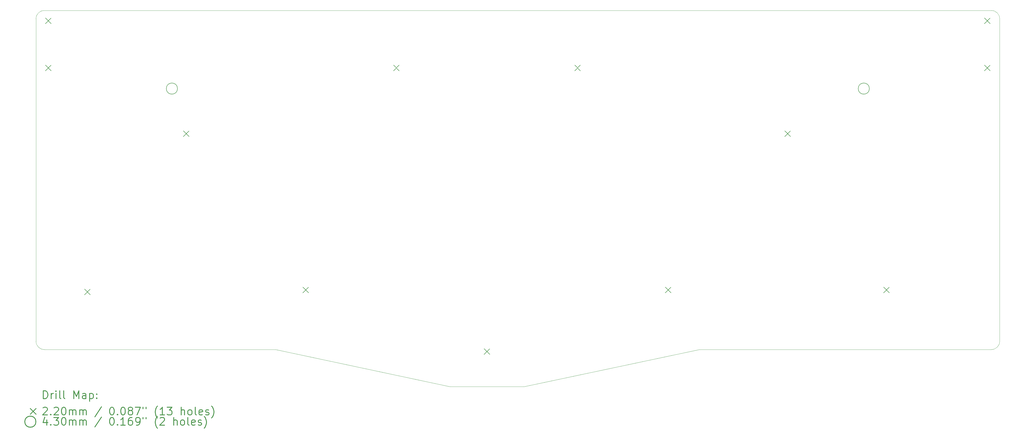
<source format=gbr>
%FSLAX45Y45*%
G04 Gerber Fmt 4.5, Leading zero omitted, Abs format (unit mm)*
G04 Created by KiCad (PCBNEW (5.1.6)-1) date 2020-09-06 17:35:34*
%MOMM*%
%LPD*%
G01*
G04 APERTURE LIST*
%TA.AperFunction,Profile*%
%ADD10C,0.050000*%
%TD*%
%ADD11C,0.200000*%
%ADD12C,0.300000*%
G04 APERTURE END LIST*
D10*
X39449375Y-20081875D02*
G75*
G02*
X39131875Y-20399375I-317500J0D01*
G01*
X2619375Y-20399375D02*
X11544300Y-20399375D01*
X39131875Y-7302500D02*
G75*
G02*
X39449375Y-7620000I0J-317500D01*
G01*
X39131875Y-20399375D02*
X27860625Y-20399375D01*
X27860625Y-20399375D02*
X21113750Y-21828125D01*
X18256250Y-21828125D02*
X21113750Y-21828125D01*
X11544300Y-20399375D02*
X18256250Y-21828125D01*
X2301875Y-7620000D02*
G75*
G02*
X2619375Y-7302500I317500J0D01*
G01*
X2619375Y-7302500D02*
X39131875Y-7302500D01*
X2301875Y-7620000D02*
X2301875Y-20081875D01*
X39449375Y-7620000D02*
X39449375Y-20081875D01*
X2619375Y-20399375D02*
G75*
G02*
X2301875Y-20081875I0J317500D01*
G01*
D11*
X38863125Y-9415000D02*
X39083125Y-9635000D01*
X39083125Y-9415000D02*
X38863125Y-9635000D01*
X4176250Y-18066875D02*
X4396250Y-18286875D01*
X4396250Y-18066875D02*
X4176250Y-18286875D01*
X16082500Y-9415000D02*
X16302500Y-9635000D01*
X16302500Y-9415000D02*
X16082500Y-9635000D01*
X34973750Y-17987500D02*
X35193750Y-18207500D01*
X35193750Y-17987500D02*
X34973750Y-18207500D01*
X26560000Y-17987500D02*
X26780000Y-18207500D01*
X26780000Y-17987500D02*
X26560000Y-18207500D01*
X12590000Y-17987500D02*
X12810000Y-18207500D01*
X12810000Y-17987500D02*
X12590000Y-18207500D01*
X2668125Y-9415000D02*
X2888125Y-9635000D01*
X2888125Y-9415000D02*
X2668125Y-9635000D01*
X38863125Y-7589375D02*
X39083125Y-7809375D01*
X39083125Y-7589375D02*
X38863125Y-7809375D01*
X19575000Y-20368750D02*
X19795000Y-20588750D01*
X19795000Y-20368750D02*
X19575000Y-20588750D01*
X7986250Y-11955000D02*
X8206250Y-12175000D01*
X8206250Y-11955000D02*
X7986250Y-12175000D01*
X2668125Y-7589375D02*
X2888125Y-7809375D01*
X2888125Y-7589375D02*
X2668125Y-7809375D01*
X23067500Y-9415000D02*
X23287500Y-9635000D01*
X23287500Y-9415000D02*
X23067500Y-9635000D01*
X31163750Y-11955000D02*
X31383750Y-12175000D01*
X31383750Y-11955000D02*
X31163750Y-12175000D01*
X34425625Y-10318750D02*
G75*
G03*
X34425625Y-10318750I-215000J0D01*
G01*
X7755625Y-10318750D02*
G75*
G03*
X7755625Y-10318750I-215000J0D01*
G01*
D12*
X2585803Y-22296339D02*
X2585803Y-21996339D01*
X2657232Y-21996339D01*
X2700089Y-22010625D01*
X2728661Y-22039197D01*
X2742946Y-22067768D01*
X2757232Y-22124911D01*
X2757232Y-22167768D01*
X2742946Y-22224911D01*
X2728661Y-22253482D01*
X2700089Y-22282054D01*
X2657232Y-22296339D01*
X2585803Y-22296339D01*
X2885803Y-22296339D02*
X2885803Y-22096339D01*
X2885803Y-22153482D02*
X2900089Y-22124911D01*
X2914375Y-22110625D01*
X2942946Y-22096339D01*
X2971518Y-22096339D01*
X3071518Y-22296339D02*
X3071518Y-22096339D01*
X3071518Y-21996339D02*
X3057232Y-22010625D01*
X3071518Y-22024911D01*
X3085803Y-22010625D01*
X3071518Y-21996339D01*
X3071518Y-22024911D01*
X3257232Y-22296339D02*
X3228661Y-22282054D01*
X3214375Y-22253482D01*
X3214375Y-21996339D01*
X3414375Y-22296339D02*
X3385803Y-22282054D01*
X3371518Y-22253482D01*
X3371518Y-21996339D01*
X3757232Y-22296339D02*
X3757232Y-21996339D01*
X3857232Y-22210625D01*
X3957232Y-21996339D01*
X3957232Y-22296339D01*
X4228661Y-22296339D02*
X4228661Y-22139197D01*
X4214375Y-22110625D01*
X4185803Y-22096339D01*
X4128661Y-22096339D01*
X4100089Y-22110625D01*
X4228661Y-22282054D02*
X4200089Y-22296339D01*
X4128661Y-22296339D01*
X4100089Y-22282054D01*
X4085803Y-22253482D01*
X4085803Y-22224911D01*
X4100089Y-22196339D01*
X4128661Y-22182054D01*
X4200089Y-22182054D01*
X4228661Y-22167768D01*
X4371518Y-22096339D02*
X4371518Y-22396339D01*
X4371518Y-22110625D02*
X4400089Y-22096339D01*
X4457232Y-22096339D01*
X4485803Y-22110625D01*
X4500089Y-22124911D01*
X4514375Y-22153482D01*
X4514375Y-22239197D01*
X4500089Y-22267768D01*
X4485803Y-22282054D01*
X4457232Y-22296339D01*
X4400089Y-22296339D01*
X4371518Y-22282054D01*
X4642946Y-22267768D02*
X4657232Y-22282054D01*
X4642946Y-22296339D01*
X4628661Y-22282054D01*
X4642946Y-22267768D01*
X4642946Y-22296339D01*
X4642946Y-22110625D02*
X4657232Y-22124911D01*
X4642946Y-22139197D01*
X4628661Y-22124911D01*
X4642946Y-22110625D01*
X4642946Y-22139197D01*
X2079375Y-22680625D02*
X2299375Y-22900625D01*
X2299375Y-22680625D02*
X2079375Y-22900625D01*
X2571518Y-22654911D02*
X2585803Y-22640625D01*
X2614375Y-22626339D01*
X2685803Y-22626339D01*
X2714375Y-22640625D01*
X2728661Y-22654911D01*
X2742946Y-22683482D01*
X2742946Y-22712054D01*
X2728661Y-22754911D01*
X2557232Y-22926339D01*
X2742946Y-22926339D01*
X2871518Y-22897768D02*
X2885803Y-22912054D01*
X2871518Y-22926339D01*
X2857232Y-22912054D01*
X2871518Y-22897768D01*
X2871518Y-22926339D01*
X3000089Y-22654911D02*
X3014375Y-22640625D01*
X3042946Y-22626339D01*
X3114375Y-22626339D01*
X3142946Y-22640625D01*
X3157232Y-22654911D01*
X3171518Y-22683482D01*
X3171518Y-22712054D01*
X3157232Y-22754911D01*
X2985803Y-22926339D01*
X3171518Y-22926339D01*
X3357232Y-22626339D02*
X3385803Y-22626339D01*
X3414375Y-22640625D01*
X3428661Y-22654911D01*
X3442946Y-22683482D01*
X3457232Y-22740625D01*
X3457232Y-22812054D01*
X3442946Y-22869196D01*
X3428661Y-22897768D01*
X3414375Y-22912054D01*
X3385803Y-22926339D01*
X3357232Y-22926339D01*
X3328661Y-22912054D01*
X3314375Y-22897768D01*
X3300089Y-22869196D01*
X3285803Y-22812054D01*
X3285803Y-22740625D01*
X3300089Y-22683482D01*
X3314375Y-22654911D01*
X3328661Y-22640625D01*
X3357232Y-22626339D01*
X3585803Y-22926339D02*
X3585803Y-22726339D01*
X3585803Y-22754911D02*
X3600089Y-22740625D01*
X3628661Y-22726339D01*
X3671518Y-22726339D01*
X3700089Y-22740625D01*
X3714375Y-22769196D01*
X3714375Y-22926339D01*
X3714375Y-22769196D02*
X3728661Y-22740625D01*
X3757232Y-22726339D01*
X3800089Y-22726339D01*
X3828661Y-22740625D01*
X3842946Y-22769196D01*
X3842946Y-22926339D01*
X3985803Y-22926339D02*
X3985803Y-22726339D01*
X3985803Y-22754911D02*
X4000089Y-22740625D01*
X4028661Y-22726339D01*
X4071518Y-22726339D01*
X4100089Y-22740625D01*
X4114375Y-22769196D01*
X4114375Y-22926339D01*
X4114375Y-22769196D02*
X4128661Y-22740625D01*
X4157232Y-22726339D01*
X4200089Y-22726339D01*
X4228661Y-22740625D01*
X4242946Y-22769196D01*
X4242946Y-22926339D01*
X4828661Y-22612054D02*
X4571518Y-22997768D01*
X5214375Y-22626339D02*
X5242946Y-22626339D01*
X5271518Y-22640625D01*
X5285803Y-22654911D01*
X5300089Y-22683482D01*
X5314375Y-22740625D01*
X5314375Y-22812054D01*
X5300089Y-22869196D01*
X5285803Y-22897768D01*
X5271518Y-22912054D01*
X5242946Y-22926339D01*
X5214375Y-22926339D01*
X5185803Y-22912054D01*
X5171518Y-22897768D01*
X5157232Y-22869196D01*
X5142946Y-22812054D01*
X5142946Y-22740625D01*
X5157232Y-22683482D01*
X5171518Y-22654911D01*
X5185803Y-22640625D01*
X5214375Y-22626339D01*
X5442946Y-22897768D02*
X5457232Y-22912054D01*
X5442946Y-22926339D01*
X5428661Y-22912054D01*
X5442946Y-22897768D01*
X5442946Y-22926339D01*
X5642946Y-22626339D02*
X5671518Y-22626339D01*
X5700089Y-22640625D01*
X5714375Y-22654911D01*
X5728661Y-22683482D01*
X5742946Y-22740625D01*
X5742946Y-22812054D01*
X5728661Y-22869196D01*
X5714375Y-22897768D01*
X5700089Y-22912054D01*
X5671518Y-22926339D01*
X5642946Y-22926339D01*
X5614375Y-22912054D01*
X5600089Y-22897768D01*
X5585803Y-22869196D01*
X5571518Y-22812054D01*
X5571518Y-22740625D01*
X5585803Y-22683482D01*
X5600089Y-22654911D01*
X5614375Y-22640625D01*
X5642946Y-22626339D01*
X5914375Y-22754911D02*
X5885803Y-22740625D01*
X5871518Y-22726339D01*
X5857232Y-22697768D01*
X5857232Y-22683482D01*
X5871518Y-22654911D01*
X5885803Y-22640625D01*
X5914375Y-22626339D01*
X5971518Y-22626339D01*
X6000089Y-22640625D01*
X6014375Y-22654911D01*
X6028661Y-22683482D01*
X6028661Y-22697768D01*
X6014375Y-22726339D01*
X6000089Y-22740625D01*
X5971518Y-22754911D01*
X5914375Y-22754911D01*
X5885803Y-22769196D01*
X5871518Y-22783482D01*
X5857232Y-22812054D01*
X5857232Y-22869196D01*
X5871518Y-22897768D01*
X5885803Y-22912054D01*
X5914375Y-22926339D01*
X5971518Y-22926339D01*
X6000089Y-22912054D01*
X6014375Y-22897768D01*
X6028661Y-22869196D01*
X6028661Y-22812054D01*
X6014375Y-22783482D01*
X6000089Y-22769196D01*
X5971518Y-22754911D01*
X6128661Y-22626339D02*
X6328661Y-22626339D01*
X6200089Y-22926339D01*
X6428661Y-22626339D02*
X6428661Y-22683482D01*
X6542946Y-22626339D02*
X6542946Y-22683482D01*
X6985803Y-23040625D02*
X6971518Y-23026339D01*
X6942946Y-22983482D01*
X6928661Y-22954911D01*
X6914375Y-22912054D01*
X6900089Y-22840625D01*
X6900089Y-22783482D01*
X6914375Y-22712054D01*
X6928661Y-22669196D01*
X6942946Y-22640625D01*
X6971518Y-22597768D01*
X6985803Y-22583482D01*
X7257232Y-22926339D02*
X7085803Y-22926339D01*
X7171518Y-22926339D02*
X7171518Y-22626339D01*
X7142946Y-22669196D01*
X7114375Y-22697768D01*
X7085803Y-22712054D01*
X7357232Y-22626339D02*
X7542946Y-22626339D01*
X7442946Y-22740625D01*
X7485803Y-22740625D01*
X7514375Y-22754911D01*
X7528661Y-22769196D01*
X7542946Y-22797768D01*
X7542946Y-22869196D01*
X7528661Y-22897768D01*
X7514375Y-22912054D01*
X7485803Y-22926339D01*
X7400089Y-22926339D01*
X7371518Y-22912054D01*
X7357232Y-22897768D01*
X7900089Y-22926339D02*
X7900089Y-22626339D01*
X8028661Y-22926339D02*
X8028661Y-22769196D01*
X8014375Y-22740625D01*
X7985803Y-22726339D01*
X7942946Y-22726339D01*
X7914375Y-22740625D01*
X7900089Y-22754911D01*
X8214375Y-22926339D02*
X8185803Y-22912054D01*
X8171518Y-22897768D01*
X8157232Y-22869196D01*
X8157232Y-22783482D01*
X8171518Y-22754911D01*
X8185803Y-22740625D01*
X8214375Y-22726339D01*
X8257232Y-22726339D01*
X8285803Y-22740625D01*
X8300089Y-22754911D01*
X8314375Y-22783482D01*
X8314375Y-22869196D01*
X8300089Y-22897768D01*
X8285803Y-22912054D01*
X8257232Y-22926339D01*
X8214375Y-22926339D01*
X8485803Y-22926339D02*
X8457232Y-22912054D01*
X8442946Y-22883482D01*
X8442946Y-22626339D01*
X8714375Y-22912054D02*
X8685803Y-22926339D01*
X8628661Y-22926339D01*
X8600089Y-22912054D01*
X8585803Y-22883482D01*
X8585803Y-22769196D01*
X8600089Y-22740625D01*
X8628661Y-22726339D01*
X8685803Y-22726339D01*
X8714375Y-22740625D01*
X8728661Y-22769196D01*
X8728661Y-22797768D01*
X8585803Y-22826339D01*
X8842946Y-22912054D02*
X8871518Y-22926339D01*
X8928661Y-22926339D01*
X8957232Y-22912054D01*
X8971518Y-22883482D01*
X8971518Y-22869196D01*
X8957232Y-22840625D01*
X8928661Y-22826339D01*
X8885803Y-22826339D01*
X8857232Y-22812054D01*
X8842946Y-22783482D01*
X8842946Y-22769196D01*
X8857232Y-22740625D01*
X8885803Y-22726339D01*
X8928661Y-22726339D01*
X8957232Y-22740625D01*
X9071518Y-23040625D02*
X9085803Y-23026339D01*
X9114375Y-22983482D01*
X9128661Y-22954911D01*
X9142946Y-22912054D01*
X9157232Y-22840625D01*
X9157232Y-22783482D01*
X9142946Y-22712054D01*
X9128661Y-22669196D01*
X9114375Y-22640625D01*
X9085803Y-22597768D01*
X9071518Y-22583482D01*
X2299375Y-23186625D02*
G75*
G03*
X2299375Y-23186625I-215000J0D01*
G01*
X2714375Y-23122339D02*
X2714375Y-23322339D01*
X2642946Y-23008054D02*
X2571518Y-23222339D01*
X2757232Y-23222339D01*
X2871518Y-23293768D02*
X2885803Y-23308054D01*
X2871518Y-23322339D01*
X2857232Y-23308054D01*
X2871518Y-23293768D01*
X2871518Y-23322339D01*
X2985803Y-23022339D02*
X3171518Y-23022339D01*
X3071518Y-23136625D01*
X3114375Y-23136625D01*
X3142946Y-23150911D01*
X3157232Y-23165196D01*
X3171518Y-23193768D01*
X3171518Y-23265196D01*
X3157232Y-23293768D01*
X3142946Y-23308054D01*
X3114375Y-23322339D01*
X3028661Y-23322339D01*
X3000089Y-23308054D01*
X2985803Y-23293768D01*
X3357232Y-23022339D02*
X3385803Y-23022339D01*
X3414375Y-23036625D01*
X3428661Y-23050911D01*
X3442946Y-23079482D01*
X3457232Y-23136625D01*
X3457232Y-23208054D01*
X3442946Y-23265196D01*
X3428661Y-23293768D01*
X3414375Y-23308054D01*
X3385803Y-23322339D01*
X3357232Y-23322339D01*
X3328661Y-23308054D01*
X3314375Y-23293768D01*
X3300089Y-23265196D01*
X3285803Y-23208054D01*
X3285803Y-23136625D01*
X3300089Y-23079482D01*
X3314375Y-23050911D01*
X3328661Y-23036625D01*
X3357232Y-23022339D01*
X3585803Y-23322339D02*
X3585803Y-23122339D01*
X3585803Y-23150911D02*
X3600089Y-23136625D01*
X3628661Y-23122339D01*
X3671518Y-23122339D01*
X3700089Y-23136625D01*
X3714375Y-23165196D01*
X3714375Y-23322339D01*
X3714375Y-23165196D02*
X3728661Y-23136625D01*
X3757232Y-23122339D01*
X3800089Y-23122339D01*
X3828661Y-23136625D01*
X3842946Y-23165196D01*
X3842946Y-23322339D01*
X3985803Y-23322339D02*
X3985803Y-23122339D01*
X3985803Y-23150911D02*
X4000089Y-23136625D01*
X4028661Y-23122339D01*
X4071518Y-23122339D01*
X4100089Y-23136625D01*
X4114375Y-23165196D01*
X4114375Y-23322339D01*
X4114375Y-23165196D02*
X4128661Y-23136625D01*
X4157232Y-23122339D01*
X4200089Y-23122339D01*
X4228661Y-23136625D01*
X4242946Y-23165196D01*
X4242946Y-23322339D01*
X4828661Y-23008054D02*
X4571518Y-23393768D01*
X5214375Y-23022339D02*
X5242946Y-23022339D01*
X5271518Y-23036625D01*
X5285803Y-23050911D01*
X5300089Y-23079482D01*
X5314375Y-23136625D01*
X5314375Y-23208054D01*
X5300089Y-23265196D01*
X5285803Y-23293768D01*
X5271518Y-23308054D01*
X5242946Y-23322339D01*
X5214375Y-23322339D01*
X5185803Y-23308054D01*
X5171518Y-23293768D01*
X5157232Y-23265196D01*
X5142946Y-23208054D01*
X5142946Y-23136625D01*
X5157232Y-23079482D01*
X5171518Y-23050911D01*
X5185803Y-23036625D01*
X5214375Y-23022339D01*
X5442946Y-23293768D02*
X5457232Y-23308054D01*
X5442946Y-23322339D01*
X5428661Y-23308054D01*
X5442946Y-23293768D01*
X5442946Y-23322339D01*
X5742946Y-23322339D02*
X5571518Y-23322339D01*
X5657232Y-23322339D02*
X5657232Y-23022339D01*
X5628661Y-23065196D01*
X5600089Y-23093768D01*
X5571518Y-23108054D01*
X6000089Y-23022339D02*
X5942946Y-23022339D01*
X5914375Y-23036625D01*
X5900089Y-23050911D01*
X5871518Y-23093768D01*
X5857232Y-23150911D01*
X5857232Y-23265196D01*
X5871518Y-23293768D01*
X5885803Y-23308054D01*
X5914375Y-23322339D01*
X5971518Y-23322339D01*
X6000089Y-23308054D01*
X6014375Y-23293768D01*
X6028661Y-23265196D01*
X6028661Y-23193768D01*
X6014375Y-23165196D01*
X6000089Y-23150911D01*
X5971518Y-23136625D01*
X5914375Y-23136625D01*
X5885803Y-23150911D01*
X5871518Y-23165196D01*
X5857232Y-23193768D01*
X6171518Y-23322339D02*
X6228661Y-23322339D01*
X6257232Y-23308054D01*
X6271518Y-23293768D01*
X6300089Y-23250911D01*
X6314375Y-23193768D01*
X6314375Y-23079482D01*
X6300089Y-23050911D01*
X6285803Y-23036625D01*
X6257232Y-23022339D01*
X6200089Y-23022339D01*
X6171518Y-23036625D01*
X6157232Y-23050911D01*
X6142946Y-23079482D01*
X6142946Y-23150911D01*
X6157232Y-23179482D01*
X6171518Y-23193768D01*
X6200089Y-23208054D01*
X6257232Y-23208054D01*
X6285803Y-23193768D01*
X6300089Y-23179482D01*
X6314375Y-23150911D01*
X6428661Y-23022339D02*
X6428661Y-23079482D01*
X6542946Y-23022339D02*
X6542946Y-23079482D01*
X6985803Y-23436625D02*
X6971518Y-23422339D01*
X6942946Y-23379482D01*
X6928661Y-23350911D01*
X6914375Y-23308054D01*
X6900089Y-23236625D01*
X6900089Y-23179482D01*
X6914375Y-23108054D01*
X6928661Y-23065196D01*
X6942946Y-23036625D01*
X6971518Y-22993768D01*
X6985803Y-22979482D01*
X7085803Y-23050911D02*
X7100089Y-23036625D01*
X7128661Y-23022339D01*
X7200089Y-23022339D01*
X7228661Y-23036625D01*
X7242946Y-23050911D01*
X7257232Y-23079482D01*
X7257232Y-23108054D01*
X7242946Y-23150911D01*
X7071518Y-23322339D01*
X7257232Y-23322339D01*
X7614375Y-23322339D02*
X7614375Y-23022339D01*
X7742946Y-23322339D02*
X7742946Y-23165196D01*
X7728661Y-23136625D01*
X7700089Y-23122339D01*
X7657232Y-23122339D01*
X7628661Y-23136625D01*
X7614375Y-23150911D01*
X7928661Y-23322339D02*
X7900089Y-23308054D01*
X7885803Y-23293768D01*
X7871518Y-23265196D01*
X7871518Y-23179482D01*
X7885803Y-23150911D01*
X7900089Y-23136625D01*
X7928661Y-23122339D01*
X7971518Y-23122339D01*
X8000089Y-23136625D01*
X8014375Y-23150911D01*
X8028661Y-23179482D01*
X8028661Y-23265196D01*
X8014375Y-23293768D01*
X8000089Y-23308054D01*
X7971518Y-23322339D01*
X7928661Y-23322339D01*
X8200089Y-23322339D02*
X8171518Y-23308054D01*
X8157232Y-23279482D01*
X8157232Y-23022339D01*
X8428661Y-23308054D02*
X8400089Y-23322339D01*
X8342946Y-23322339D01*
X8314375Y-23308054D01*
X8300089Y-23279482D01*
X8300089Y-23165196D01*
X8314375Y-23136625D01*
X8342946Y-23122339D01*
X8400089Y-23122339D01*
X8428661Y-23136625D01*
X8442946Y-23165196D01*
X8442946Y-23193768D01*
X8300089Y-23222339D01*
X8557232Y-23308054D02*
X8585803Y-23322339D01*
X8642946Y-23322339D01*
X8671518Y-23308054D01*
X8685803Y-23279482D01*
X8685803Y-23265196D01*
X8671518Y-23236625D01*
X8642946Y-23222339D01*
X8600089Y-23222339D01*
X8571518Y-23208054D01*
X8557232Y-23179482D01*
X8557232Y-23165196D01*
X8571518Y-23136625D01*
X8600089Y-23122339D01*
X8642946Y-23122339D01*
X8671518Y-23136625D01*
X8785803Y-23436625D02*
X8800089Y-23422339D01*
X8828661Y-23379482D01*
X8842946Y-23350911D01*
X8857232Y-23308054D01*
X8871518Y-23236625D01*
X8871518Y-23179482D01*
X8857232Y-23108054D01*
X8842946Y-23065196D01*
X8828661Y-23036625D01*
X8800089Y-22993768D01*
X8785803Y-22979482D01*
M02*

</source>
